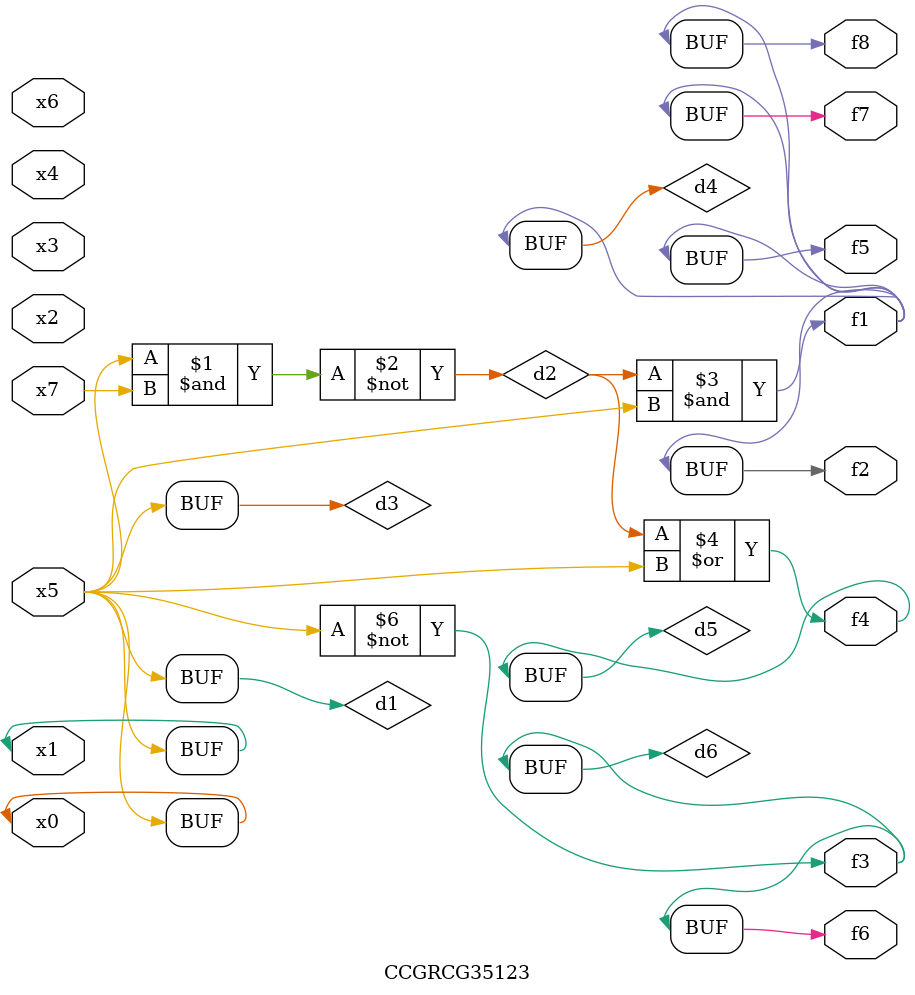
<source format=v>
module CCGRCG35123(
	input x0, x1, x2, x3, x4, x5, x6, x7,
	output f1, f2, f3, f4, f5, f6, f7, f8
);

	wire d1, d2, d3, d4, d5, d6;

	buf (d1, x0, x5);
	nand (d2, x5, x7);
	buf (d3, x0, x1);
	and (d4, d2, d3);
	or (d5, d2, d3);
	nor (d6, d1, d3);
	assign f1 = d4;
	assign f2 = d4;
	assign f3 = d6;
	assign f4 = d5;
	assign f5 = d4;
	assign f6 = d6;
	assign f7 = d4;
	assign f8 = d4;
endmodule

</source>
